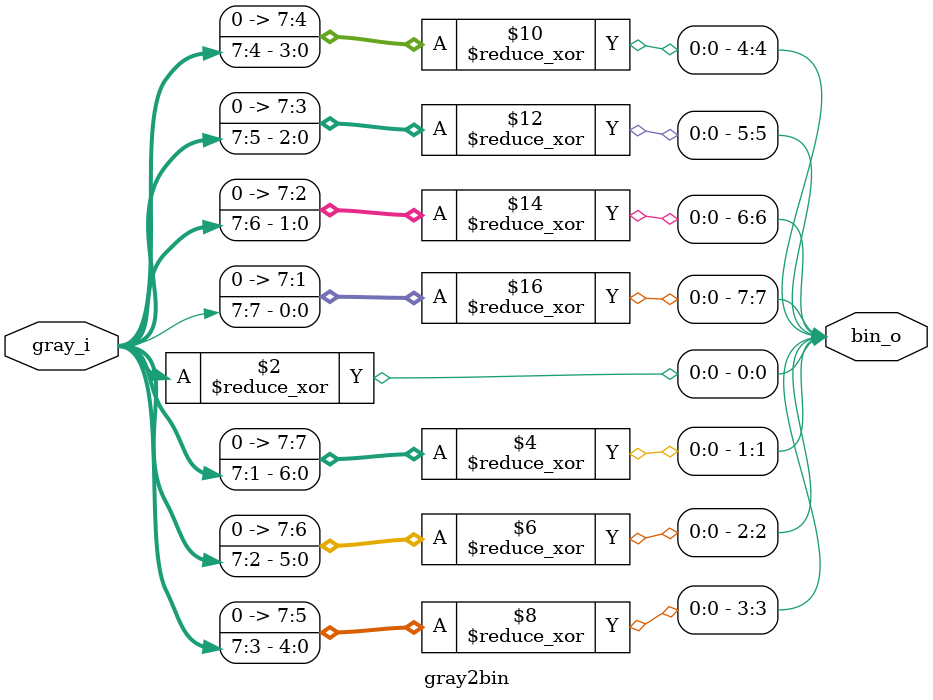
<source format=v>
module async_fifo_top (rclk, ren, wclk, wen, reset_n, data_in, data_out, full, empty);
    parameter WIDTH = 8;
    parameter LOG2DEPTH = 5;

    input rclk;
    input wclk;
    input ren;
    input wen;
    input reset_n;
    input [WIDTH-1:0] data_in;
    
    output [WIDTH-1:0] data_out;
    output full;
    output empty;

    wire renq;
    wire wenq;
    wire full;
    wire emtpy;
    wire [LOG2DEPTH:0] wr_depth, rd_depth;

    reg [LOG2DEPTH:0] wr_ptr_bin, rd_ptr_bin;
    wire [LOG2DEPTH:0] wr_ptr_gray, rd_ptr_gray; 
    reg [LOG2DEPTH:0] wr_ptr_s_gray, rd_ptr_s_gray;
    reg [LOG2DEPTH:0] wr_ptr_ss_gray, rd_ptr_ss_gray;
    wire [LOG2DEPTH:0] wr_ptr_ss_bin, rd_ptr_ss_bin;

    dual_clk_fifo_core #(.WIDTH(WIDTH), .LOG2DEPTH(LOG2DEPTH)) 
    dcfifocore0 (.rclk(rclk), .renq(renq), .wclk(wclk), .wenq(wenq), .data_in(data_in), .data_out(data_out), .wr_ptr(wr_ptr_bin[LOG2DEPTH-1:0]), .rd_ptr(rd_ptr_bin[LOG2DEPTH-1:0])); 

    assign wenq = wen & (!full);
    assign renq = ren & (!empty);

//----------------------------- RESET ------------------------------
    always @ (negedge reset_n)
    begin
        if (!reset_n) begin
            wr_ptr_bin <= 0; 
            rd_ptr_bin <= 0; 
            wr_ptr_s_gray <= 0; 
            rd_ptr_s_gray <= 0;
            wr_ptr_ss_gray <= 0;
            rd_ptr_ss_gray <= 0;
        end 
    end

//----------------------------- GRAY COUNTER -----------------------
    always @ (posedge wclk)
    begin
        if (wenq) wr_ptr_bin <= wr_ptr_bin + 1;
    end
    bin2gray #(.WIDTH(LOG2DEPTH+1)) bin2gray0 (.bin_i(wr_ptr_bin), .gray_o(wr_ptr_gray));

    always @ (posedge rclk or negedge reset_n)
    begin
        if (renq) rd_ptr_bin <= rd_ptr_bin + 1;  
    end
    bin2gray #(.WIDTH(LOG2DEPTH+1)) bin2gray1 (.bin_i(rd_ptr_bin), .gray_o(rd_ptr_gray));

//--------------------------- 2-SYNC ------------------------------
    always @ (posedge wclk) begin
        rd_ptr_s_gray <= rd_ptr_gray;
        rd_ptr_ss_gray <= rd_ptr_s_gray;
    end
    gray2bin #(.WIDTH(LOG2DEPTH+1)) gray2bin0 (.gray_i(rd_ptr_ss_gray), .bin_o(rd_ptr_ss_bin));

    always @ (posedge rclk) begin
        wr_ptr_s_gray <= wr_ptr_gray;
        wr_ptr_ss_gray <= wr_ptr_s_gray;
    end    
    gray2bin #(.WIDTH(LOG2DEPTH+1)) gray2bin1 (.gray_i(wr_ptr_ss_gray), .bin_o(wr_ptr_ss_bin));

//--------------------------- FULL or EMPTY -----------------------
    assign wr_depth = wr_ptr_bin - rd_ptr_ss_bin;
    assign full = (wr_depth == {1'b1, {LOG2DEPTH{1'b0}}});
    assign rd_depth = wr_ptr_ss_bin - rd_ptr_bin;
    assign empty = (rd_depth == {1'b0, {LOG2DEPTH{1'b0}}});

endmodule

module dual_clk_fifo_core (rclk, renq, wclk, wenq, data_in, data_out, wr_ptr, rd_ptr);
    parameter LOG2DEPTH = 5;
    parameter WIDTH = 8;

    input rclk, renq;
    input wclk, wenq;
    input [LOG2DEPTH-1:0] wr_ptr, rd_ptr;
    input [WIDTH-1:0] data_in;
    
    output [WIDTH-1:0] data_out;
    
    reg [WIDTH-1:0] memory [2**LOG2DEPTH-1:0];

    always @ (posedge wclk)
    begin
        if (wenq) begin
            memory[wr_ptr] <= data_in;
        end
    end
    
    assign data_out = (renq) ? memory[rd_ptr] : {WIDTH{1'bx}};

endmodule

module bin2gray (bin_i, gray_o);
    parameter WIDTH = 8;

    input [WIDTH-1:0] bin_i;
    output [WIDTH-1:0] gray_o;

    assign gray_o = (bin_i >> 1) ^ bin_i;

endmodule

module gray2bin (gray_i, bin_o);
    parameter WIDTH = 8;
    
    input [WIDTH-1:0] gray_i;
    output [WIDTH-1:0] bin_o;

    genvar i;
    generate
        for (i = 0; i < WIDTH; i = i + 1) begin
            assign bin_o[i] = ^(gray_i >> i);
        end
    endgenerate

endmodule
</source>
